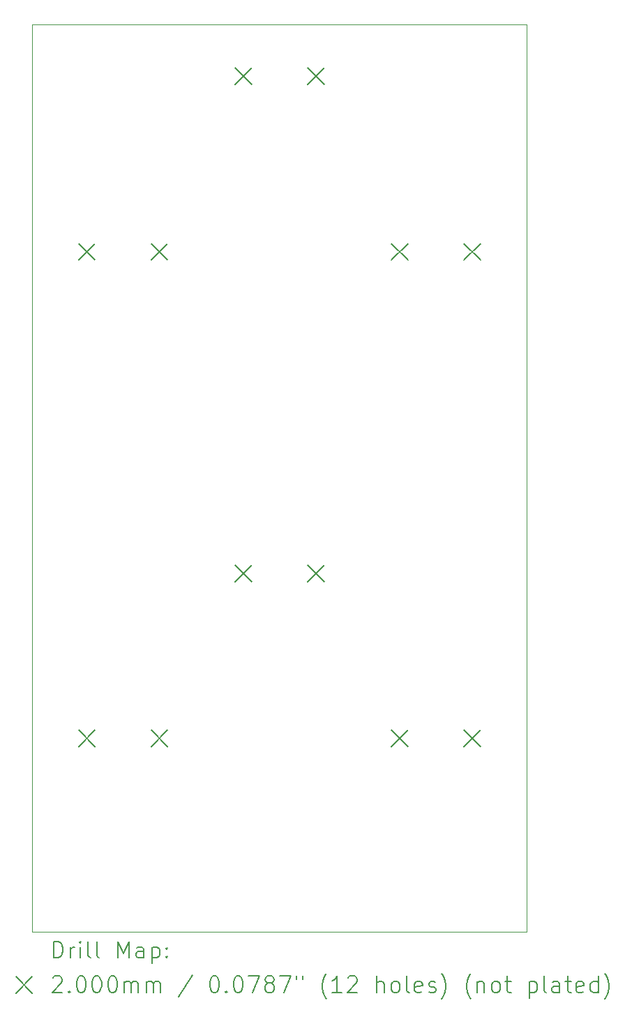
<source format=gbr>
%TF.GenerationSoftware,KiCad,Pcbnew,9.0.4-9.0.4-0~ubuntu22.04.1*%
%TF.CreationDate,2025-10-28T22:45:50+00:00*%
%TF.ProjectId,MS20-VCF,4d533230-2d56-4434-962e-6b696361645f,rev?*%
%TF.SameCoordinates,Original*%
%TF.FileFunction,Drillmap*%
%TF.FilePolarity,Positive*%
%FSLAX45Y45*%
G04 Gerber Fmt 4.5, Leading zero omitted, Abs format (unit mm)*
G04 Created by KiCad (PCBNEW 9.0.4-9.0.4-0~ubuntu22.04.1) date 2025-10-28 22:45:50*
%MOMM*%
%LPD*%
G01*
G04 APERTURE LIST*
%ADD10C,0.050000*%
%ADD11C,0.200000*%
G04 APERTURE END LIST*
D10*
X9500000Y-3650000D02*
X15500000Y-3650000D01*
X15500000Y-3650000D02*
X15500000Y-14650000D01*
X9500000Y-3650000D02*
X9500000Y-14650000D01*
X9500000Y-14650000D02*
X15500000Y-14650000D01*
D11*
X10060000Y-6305000D02*
X10260000Y-6505000D01*
X10260000Y-6305000D02*
X10060000Y-6505000D01*
X10060000Y-12205000D02*
X10260000Y-12405000D01*
X10260000Y-12205000D02*
X10060000Y-12405000D01*
X10940000Y-6305000D02*
X11140000Y-6505000D01*
X11140000Y-6305000D02*
X10940000Y-6505000D01*
X10940000Y-12205000D02*
X11140000Y-12405000D01*
X11140000Y-12205000D02*
X10940000Y-12405000D01*
X11960000Y-4175000D02*
X12160000Y-4375000D01*
X12160000Y-4175000D02*
X11960000Y-4375000D01*
X11960000Y-10205000D02*
X12160000Y-10405000D01*
X12160000Y-10205000D02*
X11960000Y-10405000D01*
X12840000Y-4175000D02*
X13040000Y-4375000D01*
X13040000Y-4175000D02*
X12840000Y-4375000D01*
X12840000Y-10205000D02*
X13040000Y-10405000D01*
X13040000Y-10205000D02*
X12840000Y-10405000D01*
X13860000Y-6305000D02*
X14060000Y-6505000D01*
X14060000Y-6305000D02*
X13860000Y-6505000D01*
X13860000Y-12205000D02*
X14060000Y-12405000D01*
X14060000Y-12205000D02*
X13860000Y-12405000D01*
X14740000Y-6305000D02*
X14940000Y-6505000D01*
X14940000Y-6305000D02*
X14740000Y-6505000D01*
X14740000Y-12205000D02*
X14940000Y-12405000D01*
X14940000Y-12205000D02*
X14740000Y-12405000D01*
X9758277Y-14963984D02*
X9758277Y-14763984D01*
X9758277Y-14763984D02*
X9805896Y-14763984D01*
X9805896Y-14763984D02*
X9834467Y-14773508D01*
X9834467Y-14773508D02*
X9853515Y-14792555D01*
X9853515Y-14792555D02*
X9863039Y-14811603D01*
X9863039Y-14811603D02*
X9872563Y-14849698D01*
X9872563Y-14849698D02*
X9872563Y-14878269D01*
X9872563Y-14878269D02*
X9863039Y-14916365D01*
X9863039Y-14916365D02*
X9853515Y-14935412D01*
X9853515Y-14935412D02*
X9834467Y-14954460D01*
X9834467Y-14954460D02*
X9805896Y-14963984D01*
X9805896Y-14963984D02*
X9758277Y-14963984D01*
X9958277Y-14963984D02*
X9958277Y-14830650D01*
X9958277Y-14868746D02*
X9967801Y-14849698D01*
X9967801Y-14849698D02*
X9977324Y-14840174D01*
X9977324Y-14840174D02*
X9996372Y-14830650D01*
X9996372Y-14830650D02*
X10015420Y-14830650D01*
X10082086Y-14963984D02*
X10082086Y-14830650D01*
X10082086Y-14763984D02*
X10072563Y-14773508D01*
X10072563Y-14773508D02*
X10082086Y-14783031D01*
X10082086Y-14783031D02*
X10091610Y-14773508D01*
X10091610Y-14773508D02*
X10082086Y-14763984D01*
X10082086Y-14763984D02*
X10082086Y-14783031D01*
X10205896Y-14963984D02*
X10186848Y-14954460D01*
X10186848Y-14954460D02*
X10177324Y-14935412D01*
X10177324Y-14935412D02*
X10177324Y-14763984D01*
X10310658Y-14963984D02*
X10291610Y-14954460D01*
X10291610Y-14954460D02*
X10282086Y-14935412D01*
X10282086Y-14935412D02*
X10282086Y-14763984D01*
X10539229Y-14963984D02*
X10539229Y-14763984D01*
X10539229Y-14763984D02*
X10605896Y-14906841D01*
X10605896Y-14906841D02*
X10672563Y-14763984D01*
X10672563Y-14763984D02*
X10672563Y-14963984D01*
X10853515Y-14963984D02*
X10853515Y-14859222D01*
X10853515Y-14859222D02*
X10843991Y-14840174D01*
X10843991Y-14840174D02*
X10824944Y-14830650D01*
X10824944Y-14830650D02*
X10786848Y-14830650D01*
X10786848Y-14830650D02*
X10767801Y-14840174D01*
X10853515Y-14954460D02*
X10834467Y-14963984D01*
X10834467Y-14963984D02*
X10786848Y-14963984D01*
X10786848Y-14963984D02*
X10767801Y-14954460D01*
X10767801Y-14954460D02*
X10758277Y-14935412D01*
X10758277Y-14935412D02*
X10758277Y-14916365D01*
X10758277Y-14916365D02*
X10767801Y-14897317D01*
X10767801Y-14897317D02*
X10786848Y-14887793D01*
X10786848Y-14887793D02*
X10834467Y-14887793D01*
X10834467Y-14887793D02*
X10853515Y-14878269D01*
X10948753Y-14830650D02*
X10948753Y-15030650D01*
X10948753Y-14840174D02*
X10967801Y-14830650D01*
X10967801Y-14830650D02*
X11005896Y-14830650D01*
X11005896Y-14830650D02*
X11024944Y-14840174D01*
X11024944Y-14840174D02*
X11034467Y-14849698D01*
X11034467Y-14849698D02*
X11043991Y-14868746D01*
X11043991Y-14868746D02*
X11043991Y-14925888D01*
X11043991Y-14925888D02*
X11034467Y-14944936D01*
X11034467Y-14944936D02*
X11024944Y-14954460D01*
X11024944Y-14954460D02*
X11005896Y-14963984D01*
X11005896Y-14963984D02*
X10967801Y-14963984D01*
X10967801Y-14963984D02*
X10948753Y-14954460D01*
X11129705Y-14944936D02*
X11139229Y-14954460D01*
X11139229Y-14954460D02*
X11129705Y-14963984D01*
X11129705Y-14963984D02*
X11120182Y-14954460D01*
X11120182Y-14954460D02*
X11129705Y-14944936D01*
X11129705Y-14944936D02*
X11129705Y-14963984D01*
X11129705Y-14840174D02*
X11139229Y-14849698D01*
X11139229Y-14849698D02*
X11129705Y-14859222D01*
X11129705Y-14859222D02*
X11120182Y-14849698D01*
X11120182Y-14849698D02*
X11129705Y-14840174D01*
X11129705Y-14840174D02*
X11129705Y-14859222D01*
X9297500Y-15192500D02*
X9497500Y-15392500D01*
X9497500Y-15192500D02*
X9297500Y-15392500D01*
X9748753Y-15203031D02*
X9758277Y-15193508D01*
X9758277Y-15193508D02*
X9777324Y-15183984D01*
X9777324Y-15183984D02*
X9824944Y-15183984D01*
X9824944Y-15183984D02*
X9843991Y-15193508D01*
X9843991Y-15193508D02*
X9853515Y-15203031D01*
X9853515Y-15203031D02*
X9863039Y-15222079D01*
X9863039Y-15222079D02*
X9863039Y-15241127D01*
X9863039Y-15241127D02*
X9853515Y-15269698D01*
X9853515Y-15269698D02*
X9739229Y-15383984D01*
X9739229Y-15383984D02*
X9863039Y-15383984D01*
X9948753Y-15364936D02*
X9958277Y-15374460D01*
X9958277Y-15374460D02*
X9948753Y-15383984D01*
X9948753Y-15383984D02*
X9939229Y-15374460D01*
X9939229Y-15374460D02*
X9948753Y-15364936D01*
X9948753Y-15364936D02*
X9948753Y-15383984D01*
X10082086Y-15183984D02*
X10101134Y-15183984D01*
X10101134Y-15183984D02*
X10120182Y-15193508D01*
X10120182Y-15193508D02*
X10129705Y-15203031D01*
X10129705Y-15203031D02*
X10139229Y-15222079D01*
X10139229Y-15222079D02*
X10148753Y-15260174D01*
X10148753Y-15260174D02*
X10148753Y-15307793D01*
X10148753Y-15307793D02*
X10139229Y-15345888D01*
X10139229Y-15345888D02*
X10129705Y-15364936D01*
X10129705Y-15364936D02*
X10120182Y-15374460D01*
X10120182Y-15374460D02*
X10101134Y-15383984D01*
X10101134Y-15383984D02*
X10082086Y-15383984D01*
X10082086Y-15383984D02*
X10063039Y-15374460D01*
X10063039Y-15374460D02*
X10053515Y-15364936D01*
X10053515Y-15364936D02*
X10043991Y-15345888D01*
X10043991Y-15345888D02*
X10034467Y-15307793D01*
X10034467Y-15307793D02*
X10034467Y-15260174D01*
X10034467Y-15260174D02*
X10043991Y-15222079D01*
X10043991Y-15222079D02*
X10053515Y-15203031D01*
X10053515Y-15203031D02*
X10063039Y-15193508D01*
X10063039Y-15193508D02*
X10082086Y-15183984D01*
X10272563Y-15183984D02*
X10291610Y-15183984D01*
X10291610Y-15183984D02*
X10310658Y-15193508D01*
X10310658Y-15193508D02*
X10320182Y-15203031D01*
X10320182Y-15203031D02*
X10329705Y-15222079D01*
X10329705Y-15222079D02*
X10339229Y-15260174D01*
X10339229Y-15260174D02*
X10339229Y-15307793D01*
X10339229Y-15307793D02*
X10329705Y-15345888D01*
X10329705Y-15345888D02*
X10320182Y-15364936D01*
X10320182Y-15364936D02*
X10310658Y-15374460D01*
X10310658Y-15374460D02*
X10291610Y-15383984D01*
X10291610Y-15383984D02*
X10272563Y-15383984D01*
X10272563Y-15383984D02*
X10253515Y-15374460D01*
X10253515Y-15374460D02*
X10243991Y-15364936D01*
X10243991Y-15364936D02*
X10234467Y-15345888D01*
X10234467Y-15345888D02*
X10224944Y-15307793D01*
X10224944Y-15307793D02*
X10224944Y-15260174D01*
X10224944Y-15260174D02*
X10234467Y-15222079D01*
X10234467Y-15222079D02*
X10243991Y-15203031D01*
X10243991Y-15203031D02*
X10253515Y-15193508D01*
X10253515Y-15193508D02*
X10272563Y-15183984D01*
X10463039Y-15183984D02*
X10482086Y-15183984D01*
X10482086Y-15183984D02*
X10501134Y-15193508D01*
X10501134Y-15193508D02*
X10510658Y-15203031D01*
X10510658Y-15203031D02*
X10520182Y-15222079D01*
X10520182Y-15222079D02*
X10529705Y-15260174D01*
X10529705Y-15260174D02*
X10529705Y-15307793D01*
X10529705Y-15307793D02*
X10520182Y-15345888D01*
X10520182Y-15345888D02*
X10510658Y-15364936D01*
X10510658Y-15364936D02*
X10501134Y-15374460D01*
X10501134Y-15374460D02*
X10482086Y-15383984D01*
X10482086Y-15383984D02*
X10463039Y-15383984D01*
X10463039Y-15383984D02*
X10443991Y-15374460D01*
X10443991Y-15374460D02*
X10434467Y-15364936D01*
X10434467Y-15364936D02*
X10424944Y-15345888D01*
X10424944Y-15345888D02*
X10415420Y-15307793D01*
X10415420Y-15307793D02*
X10415420Y-15260174D01*
X10415420Y-15260174D02*
X10424944Y-15222079D01*
X10424944Y-15222079D02*
X10434467Y-15203031D01*
X10434467Y-15203031D02*
X10443991Y-15193508D01*
X10443991Y-15193508D02*
X10463039Y-15183984D01*
X10615420Y-15383984D02*
X10615420Y-15250650D01*
X10615420Y-15269698D02*
X10624944Y-15260174D01*
X10624944Y-15260174D02*
X10643991Y-15250650D01*
X10643991Y-15250650D02*
X10672563Y-15250650D01*
X10672563Y-15250650D02*
X10691610Y-15260174D01*
X10691610Y-15260174D02*
X10701134Y-15279222D01*
X10701134Y-15279222D02*
X10701134Y-15383984D01*
X10701134Y-15279222D02*
X10710658Y-15260174D01*
X10710658Y-15260174D02*
X10729705Y-15250650D01*
X10729705Y-15250650D02*
X10758277Y-15250650D01*
X10758277Y-15250650D02*
X10777325Y-15260174D01*
X10777325Y-15260174D02*
X10786848Y-15279222D01*
X10786848Y-15279222D02*
X10786848Y-15383984D01*
X10882086Y-15383984D02*
X10882086Y-15250650D01*
X10882086Y-15269698D02*
X10891610Y-15260174D01*
X10891610Y-15260174D02*
X10910658Y-15250650D01*
X10910658Y-15250650D02*
X10939229Y-15250650D01*
X10939229Y-15250650D02*
X10958277Y-15260174D01*
X10958277Y-15260174D02*
X10967801Y-15279222D01*
X10967801Y-15279222D02*
X10967801Y-15383984D01*
X10967801Y-15279222D02*
X10977325Y-15260174D01*
X10977325Y-15260174D02*
X10996372Y-15250650D01*
X10996372Y-15250650D02*
X11024944Y-15250650D01*
X11024944Y-15250650D02*
X11043991Y-15260174D01*
X11043991Y-15260174D02*
X11053515Y-15279222D01*
X11053515Y-15279222D02*
X11053515Y-15383984D01*
X11443991Y-15174460D02*
X11272563Y-15431603D01*
X11701134Y-15183984D02*
X11720182Y-15183984D01*
X11720182Y-15183984D02*
X11739229Y-15193508D01*
X11739229Y-15193508D02*
X11748753Y-15203031D01*
X11748753Y-15203031D02*
X11758277Y-15222079D01*
X11758277Y-15222079D02*
X11767801Y-15260174D01*
X11767801Y-15260174D02*
X11767801Y-15307793D01*
X11767801Y-15307793D02*
X11758277Y-15345888D01*
X11758277Y-15345888D02*
X11748753Y-15364936D01*
X11748753Y-15364936D02*
X11739229Y-15374460D01*
X11739229Y-15374460D02*
X11720182Y-15383984D01*
X11720182Y-15383984D02*
X11701134Y-15383984D01*
X11701134Y-15383984D02*
X11682086Y-15374460D01*
X11682086Y-15374460D02*
X11672563Y-15364936D01*
X11672563Y-15364936D02*
X11663039Y-15345888D01*
X11663039Y-15345888D02*
X11653515Y-15307793D01*
X11653515Y-15307793D02*
X11653515Y-15260174D01*
X11653515Y-15260174D02*
X11663039Y-15222079D01*
X11663039Y-15222079D02*
X11672563Y-15203031D01*
X11672563Y-15203031D02*
X11682086Y-15193508D01*
X11682086Y-15193508D02*
X11701134Y-15183984D01*
X11853515Y-15364936D02*
X11863039Y-15374460D01*
X11863039Y-15374460D02*
X11853515Y-15383984D01*
X11853515Y-15383984D02*
X11843991Y-15374460D01*
X11843991Y-15374460D02*
X11853515Y-15364936D01*
X11853515Y-15364936D02*
X11853515Y-15383984D01*
X11986848Y-15183984D02*
X12005896Y-15183984D01*
X12005896Y-15183984D02*
X12024944Y-15193508D01*
X12024944Y-15193508D02*
X12034467Y-15203031D01*
X12034467Y-15203031D02*
X12043991Y-15222079D01*
X12043991Y-15222079D02*
X12053515Y-15260174D01*
X12053515Y-15260174D02*
X12053515Y-15307793D01*
X12053515Y-15307793D02*
X12043991Y-15345888D01*
X12043991Y-15345888D02*
X12034467Y-15364936D01*
X12034467Y-15364936D02*
X12024944Y-15374460D01*
X12024944Y-15374460D02*
X12005896Y-15383984D01*
X12005896Y-15383984D02*
X11986848Y-15383984D01*
X11986848Y-15383984D02*
X11967801Y-15374460D01*
X11967801Y-15374460D02*
X11958277Y-15364936D01*
X11958277Y-15364936D02*
X11948753Y-15345888D01*
X11948753Y-15345888D02*
X11939229Y-15307793D01*
X11939229Y-15307793D02*
X11939229Y-15260174D01*
X11939229Y-15260174D02*
X11948753Y-15222079D01*
X11948753Y-15222079D02*
X11958277Y-15203031D01*
X11958277Y-15203031D02*
X11967801Y-15193508D01*
X11967801Y-15193508D02*
X11986848Y-15183984D01*
X12120182Y-15183984D02*
X12253515Y-15183984D01*
X12253515Y-15183984D02*
X12167801Y-15383984D01*
X12358277Y-15269698D02*
X12339229Y-15260174D01*
X12339229Y-15260174D02*
X12329706Y-15250650D01*
X12329706Y-15250650D02*
X12320182Y-15231603D01*
X12320182Y-15231603D02*
X12320182Y-15222079D01*
X12320182Y-15222079D02*
X12329706Y-15203031D01*
X12329706Y-15203031D02*
X12339229Y-15193508D01*
X12339229Y-15193508D02*
X12358277Y-15183984D01*
X12358277Y-15183984D02*
X12396372Y-15183984D01*
X12396372Y-15183984D02*
X12415420Y-15193508D01*
X12415420Y-15193508D02*
X12424944Y-15203031D01*
X12424944Y-15203031D02*
X12434467Y-15222079D01*
X12434467Y-15222079D02*
X12434467Y-15231603D01*
X12434467Y-15231603D02*
X12424944Y-15250650D01*
X12424944Y-15250650D02*
X12415420Y-15260174D01*
X12415420Y-15260174D02*
X12396372Y-15269698D01*
X12396372Y-15269698D02*
X12358277Y-15269698D01*
X12358277Y-15269698D02*
X12339229Y-15279222D01*
X12339229Y-15279222D02*
X12329706Y-15288746D01*
X12329706Y-15288746D02*
X12320182Y-15307793D01*
X12320182Y-15307793D02*
X12320182Y-15345888D01*
X12320182Y-15345888D02*
X12329706Y-15364936D01*
X12329706Y-15364936D02*
X12339229Y-15374460D01*
X12339229Y-15374460D02*
X12358277Y-15383984D01*
X12358277Y-15383984D02*
X12396372Y-15383984D01*
X12396372Y-15383984D02*
X12415420Y-15374460D01*
X12415420Y-15374460D02*
X12424944Y-15364936D01*
X12424944Y-15364936D02*
X12434467Y-15345888D01*
X12434467Y-15345888D02*
X12434467Y-15307793D01*
X12434467Y-15307793D02*
X12424944Y-15288746D01*
X12424944Y-15288746D02*
X12415420Y-15279222D01*
X12415420Y-15279222D02*
X12396372Y-15269698D01*
X12501134Y-15183984D02*
X12634467Y-15183984D01*
X12634467Y-15183984D02*
X12548753Y-15383984D01*
X12701134Y-15183984D02*
X12701134Y-15222079D01*
X12777325Y-15183984D02*
X12777325Y-15222079D01*
X13072563Y-15460174D02*
X13063039Y-15450650D01*
X13063039Y-15450650D02*
X13043991Y-15422079D01*
X13043991Y-15422079D02*
X13034468Y-15403031D01*
X13034468Y-15403031D02*
X13024944Y-15374460D01*
X13024944Y-15374460D02*
X13015420Y-15326841D01*
X13015420Y-15326841D02*
X13015420Y-15288746D01*
X13015420Y-15288746D02*
X13024944Y-15241127D01*
X13024944Y-15241127D02*
X13034468Y-15212555D01*
X13034468Y-15212555D02*
X13043991Y-15193508D01*
X13043991Y-15193508D02*
X13063039Y-15164936D01*
X13063039Y-15164936D02*
X13072563Y-15155412D01*
X13253515Y-15383984D02*
X13139229Y-15383984D01*
X13196372Y-15383984D02*
X13196372Y-15183984D01*
X13196372Y-15183984D02*
X13177325Y-15212555D01*
X13177325Y-15212555D02*
X13158277Y-15231603D01*
X13158277Y-15231603D02*
X13139229Y-15241127D01*
X13329706Y-15203031D02*
X13339229Y-15193508D01*
X13339229Y-15193508D02*
X13358277Y-15183984D01*
X13358277Y-15183984D02*
X13405896Y-15183984D01*
X13405896Y-15183984D02*
X13424944Y-15193508D01*
X13424944Y-15193508D02*
X13434468Y-15203031D01*
X13434468Y-15203031D02*
X13443991Y-15222079D01*
X13443991Y-15222079D02*
X13443991Y-15241127D01*
X13443991Y-15241127D02*
X13434468Y-15269698D01*
X13434468Y-15269698D02*
X13320182Y-15383984D01*
X13320182Y-15383984D02*
X13443991Y-15383984D01*
X13682087Y-15383984D02*
X13682087Y-15183984D01*
X13767801Y-15383984D02*
X13767801Y-15279222D01*
X13767801Y-15279222D02*
X13758277Y-15260174D01*
X13758277Y-15260174D02*
X13739230Y-15250650D01*
X13739230Y-15250650D02*
X13710658Y-15250650D01*
X13710658Y-15250650D02*
X13691610Y-15260174D01*
X13691610Y-15260174D02*
X13682087Y-15269698D01*
X13891610Y-15383984D02*
X13872563Y-15374460D01*
X13872563Y-15374460D02*
X13863039Y-15364936D01*
X13863039Y-15364936D02*
X13853515Y-15345888D01*
X13853515Y-15345888D02*
X13853515Y-15288746D01*
X13853515Y-15288746D02*
X13863039Y-15269698D01*
X13863039Y-15269698D02*
X13872563Y-15260174D01*
X13872563Y-15260174D02*
X13891610Y-15250650D01*
X13891610Y-15250650D02*
X13920182Y-15250650D01*
X13920182Y-15250650D02*
X13939230Y-15260174D01*
X13939230Y-15260174D02*
X13948753Y-15269698D01*
X13948753Y-15269698D02*
X13958277Y-15288746D01*
X13958277Y-15288746D02*
X13958277Y-15345888D01*
X13958277Y-15345888D02*
X13948753Y-15364936D01*
X13948753Y-15364936D02*
X13939230Y-15374460D01*
X13939230Y-15374460D02*
X13920182Y-15383984D01*
X13920182Y-15383984D02*
X13891610Y-15383984D01*
X14072563Y-15383984D02*
X14053515Y-15374460D01*
X14053515Y-15374460D02*
X14043991Y-15355412D01*
X14043991Y-15355412D02*
X14043991Y-15183984D01*
X14224944Y-15374460D02*
X14205896Y-15383984D01*
X14205896Y-15383984D02*
X14167801Y-15383984D01*
X14167801Y-15383984D02*
X14148753Y-15374460D01*
X14148753Y-15374460D02*
X14139230Y-15355412D01*
X14139230Y-15355412D02*
X14139230Y-15279222D01*
X14139230Y-15279222D02*
X14148753Y-15260174D01*
X14148753Y-15260174D02*
X14167801Y-15250650D01*
X14167801Y-15250650D02*
X14205896Y-15250650D01*
X14205896Y-15250650D02*
X14224944Y-15260174D01*
X14224944Y-15260174D02*
X14234468Y-15279222D01*
X14234468Y-15279222D02*
X14234468Y-15298269D01*
X14234468Y-15298269D02*
X14139230Y-15317317D01*
X14310658Y-15374460D02*
X14329706Y-15383984D01*
X14329706Y-15383984D02*
X14367801Y-15383984D01*
X14367801Y-15383984D02*
X14386849Y-15374460D01*
X14386849Y-15374460D02*
X14396372Y-15355412D01*
X14396372Y-15355412D02*
X14396372Y-15345888D01*
X14396372Y-15345888D02*
X14386849Y-15326841D01*
X14386849Y-15326841D02*
X14367801Y-15317317D01*
X14367801Y-15317317D02*
X14339230Y-15317317D01*
X14339230Y-15317317D02*
X14320182Y-15307793D01*
X14320182Y-15307793D02*
X14310658Y-15288746D01*
X14310658Y-15288746D02*
X14310658Y-15279222D01*
X14310658Y-15279222D02*
X14320182Y-15260174D01*
X14320182Y-15260174D02*
X14339230Y-15250650D01*
X14339230Y-15250650D02*
X14367801Y-15250650D01*
X14367801Y-15250650D02*
X14386849Y-15260174D01*
X14463039Y-15460174D02*
X14472563Y-15450650D01*
X14472563Y-15450650D02*
X14491611Y-15422079D01*
X14491611Y-15422079D02*
X14501134Y-15403031D01*
X14501134Y-15403031D02*
X14510658Y-15374460D01*
X14510658Y-15374460D02*
X14520182Y-15326841D01*
X14520182Y-15326841D02*
X14520182Y-15288746D01*
X14520182Y-15288746D02*
X14510658Y-15241127D01*
X14510658Y-15241127D02*
X14501134Y-15212555D01*
X14501134Y-15212555D02*
X14491611Y-15193508D01*
X14491611Y-15193508D02*
X14472563Y-15164936D01*
X14472563Y-15164936D02*
X14463039Y-15155412D01*
X14824944Y-15460174D02*
X14815420Y-15450650D01*
X14815420Y-15450650D02*
X14796372Y-15422079D01*
X14796372Y-15422079D02*
X14786849Y-15403031D01*
X14786849Y-15403031D02*
X14777325Y-15374460D01*
X14777325Y-15374460D02*
X14767801Y-15326841D01*
X14767801Y-15326841D02*
X14767801Y-15288746D01*
X14767801Y-15288746D02*
X14777325Y-15241127D01*
X14777325Y-15241127D02*
X14786849Y-15212555D01*
X14786849Y-15212555D02*
X14796372Y-15193508D01*
X14796372Y-15193508D02*
X14815420Y-15164936D01*
X14815420Y-15164936D02*
X14824944Y-15155412D01*
X14901134Y-15250650D02*
X14901134Y-15383984D01*
X14901134Y-15269698D02*
X14910658Y-15260174D01*
X14910658Y-15260174D02*
X14929706Y-15250650D01*
X14929706Y-15250650D02*
X14958277Y-15250650D01*
X14958277Y-15250650D02*
X14977325Y-15260174D01*
X14977325Y-15260174D02*
X14986849Y-15279222D01*
X14986849Y-15279222D02*
X14986849Y-15383984D01*
X15110658Y-15383984D02*
X15091611Y-15374460D01*
X15091611Y-15374460D02*
X15082087Y-15364936D01*
X15082087Y-15364936D02*
X15072563Y-15345888D01*
X15072563Y-15345888D02*
X15072563Y-15288746D01*
X15072563Y-15288746D02*
X15082087Y-15269698D01*
X15082087Y-15269698D02*
X15091611Y-15260174D01*
X15091611Y-15260174D02*
X15110658Y-15250650D01*
X15110658Y-15250650D02*
X15139230Y-15250650D01*
X15139230Y-15250650D02*
X15158277Y-15260174D01*
X15158277Y-15260174D02*
X15167801Y-15269698D01*
X15167801Y-15269698D02*
X15177325Y-15288746D01*
X15177325Y-15288746D02*
X15177325Y-15345888D01*
X15177325Y-15345888D02*
X15167801Y-15364936D01*
X15167801Y-15364936D02*
X15158277Y-15374460D01*
X15158277Y-15374460D02*
X15139230Y-15383984D01*
X15139230Y-15383984D02*
X15110658Y-15383984D01*
X15234468Y-15250650D02*
X15310658Y-15250650D01*
X15263039Y-15183984D02*
X15263039Y-15355412D01*
X15263039Y-15355412D02*
X15272563Y-15374460D01*
X15272563Y-15374460D02*
X15291611Y-15383984D01*
X15291611Y-15383984D02*
X15310658Y-15383984D01*
X15529706Y-15250650D02*
X15529706Y-15450650D01*
X15529706Y-15260174D02*
X15548753Y-15250650D01*
X15548753Y-15250650D02*
X15586849Y-15250650D01*
X15586849Y-15250650D02*
X15605896Y-15260174D01*
X15605896Y-15260174D02*
X15615420Y-15269698D01*
X15615420Y-15269698D02*
X15624944Y-15288746D01*
X15624944Y-15288746D02*
X15624944Y-15345888D01*
X15624944Y-15345888D02*
X15615420Y-15364936D01*
X15615420Y-15364936D02*
X15605896Y-15374460D01*
X15605896Y-15374460D02*
X15586849Y-15383984D01*
X15586849Y-15383984D02*
X15548753Y-15383984D01*
X15548753Y-15383984D02*
X15529706Y-15374460D01*
X15739230Y-15383984D02*
X15720182Y-15374460D01*
X15720182Y-15374460D02*
X15710658Y-15355412D01*
X15710658Y-15355412D02*
X15710658Y-15183984D01*
X15901134Y-15383984D02*
X15901134Y-15279222D01*
X15901134Y-15279222D02*
X15891611Y-15260174D01*
X15891611Y-15260174D02*
X15872563Y-15250650D01*
X15872563Y-15250650D02*
X15834468Y-15250650D01*
X15834468Y-15250650D02*
X15815420Y-15260174D01*
X15901134Y-15374460D02*
X15882087Y-15383984D01*
X15882087Y-15383984D02*
X15834468Y-15383984D01*
X15834468Y-15383984D02*
X15815420Y-15374460D01*
X15815420Y-15374460D02*
X15805896Y-15355412D01*
X15805896Y-15355412D02*
X15805896Y-15336365D01*
X15805896Y-15336365D02*
X15815420Y-15317317D01*
X15815420Y-15317317D02*
X15834468Y-15307793D01*
X15834468Y-15307793D02*
X15882087Y-15307793D01*
X15882087Y-15307793D02*
X15901134Y-15298269D01*
X15967801Y-15250650D02*
X16043992Y-15250650D01*
X15996373Y-15183984D02*
X15996373Y-15355412D01*
X15996373Y-15355412D02*
X16005896Y-15374460D01*
X16005896Y-15374460D02*
X16024944Y-15383984D01*
X16024944Y-15383984D02*
X16043992Y-15383984D01*
X16186849Y-15374460D02*
X16167801Y-15383984D01*
X16167801Y-15383984D02*
X16129706Y-15383984D01*
X16129706Y-15383984D02*
X16110658Y-15374460D01*
X16110658Y-15374460D02*
X16101134Y-15355412D01*
X16101134Y-15355412D02*
X16101134Y-15279222D01*
X16101134Y-15279222D02*
X16110658Y-15260174D01*
X16110658Y-15260174D02*
X16129706Y-15250650D01*
X16129706Y-15250650D02*
X16167801Y-15250650D01*
X16167801Y-15250650D02*
X16186849Y-15260174D01*
X16186849Y-15260174D02*
X16196373Y-15279222D01*
X16196373Y-15279222D02*
X16196373Y-15298269D01*
X16196373Y-15298269D02*
X16101134Y-15317317D01*
X16367801Y-15383984D02*
X16367801Y-15183984D01*
X16367801Y-15374460D02*
X16348754Y-15383984D01*
X16348754Y-15383984D02*
X16310658Y-15383984D01*
X16310658Y-15383984D02*
X16291611Y-15374460D01*
X16291611Y-15374460D02*
X16282087Y-15364936D01*
X16282087Y-15364936D02*
X16272563Y-15345888D01*
X16272563Y-15345888D02*
X16272563Y-15288746D01*
X16272563Y-15288746D02*
X16282087Y-15269698D01*
X16282087Y-15269698D02*
X16291611Y-15260174D01*
X16291611Y-15260174D02*
X16310658Y-15250650D01*
X16310658Y-15250650D02*
X16348754Y-15250650D01*
X16348754Y-15250650D02*
X16367801Y-15260174D01*
X16443992Y-15460174D02*
X16453515Y-15450650D01*
X16453515Y-15450650D02*
X16472563Y-15422079D01*
X16472563Y-15422079D02*
X16482087Y-15403031D01*
X16482087Y-15403031D02*
X16491611Y-15374460D01*
X16491611Y-15374460D02*
X16501134Y-15326841D01*
X16501134Y-15326841D02*
X16501134Y-15288746D01*
X16501134Y-15288746D02*
X16491611Y-15241127D01*
X16491611Y-15241127D02*
X16482087Y-15212555D01*
X16482087Y-15212555D02*
X16472563Y-15193508D01*
X16472563Y-15193508D02*
X16453515Y-15164936D01*
X16453515Y-15164936D02*
X16443992Y-15155412D01*
M02*

</source>
